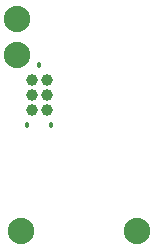
<source format=gbs>
G04*
G04 #@! TF.GenerationSoftware,Altium Limited,CircuitStudio,1.5.2 (30)*
G04*
G04 Layer_Color=9406343*
%FSLAX24Y24*%
%MOIN*%
G70*
G01*
G75*
%ADD78C,0.0883*%
%ADD79C,0.0180*%
%ADD80C,0.0390*%
D78*
X501692Y352528D02*
D03*
X505542D02*
D03*
X501550Y358402D02*
D03*
Y359583D02*
D03*
D79*
X502700Y356050D02*
D03*
X501900D02*
D03*
X502300Y358050D02*
D03*
D80*
X502050Y356550D02*
D03*
X502550D02*
D03*
X502050Y357050D02*
D03*
X502550D02*
D03*
X502050Y357550D02*
D03*
X502550D02*
D03*
M02*

</source>
